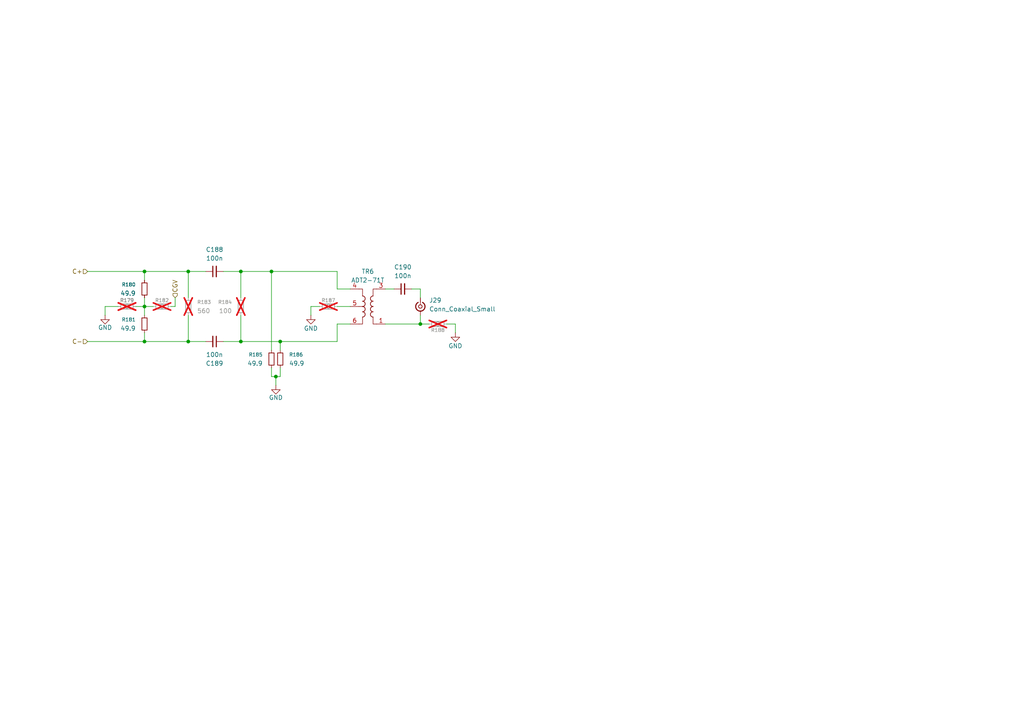
<source format=kicad_sch>
(kicad_sch (version 20250114) (generator "eeschema") (generator_version "9.0")
  (paper "A4")
  (lib_symbols
    (symbol "Connector:Conn_Coaxial_Small" (pin_numbers (hide yes)) (pin_names (offset 1.016) (hide yes))
      (property "Reference" "J" (at 0.254 3.048 0))
      (property "Value" "Conn_Coaxial_Small" (at 0 -3.81 0))
      (symbol "Conn_Coaxial_Small_0_1"
        (polyline (pts (xy -2.54 0) (xy -0.508 0)))
        (circle (center 0 0) (radius 0.508) (stroke (width 0.2032)))
      )
      (symbol "Conn_Coaxial_Small_1_1"
        (arc (start 1.3484 0.0039) (mid 0.327 -1.308) (end -1.1916 -0.6311) (stroke (width 0.3048)))
        (arc (start -1.1916 0.6311) (mid 0.327 1.3081) (end 1.3484 -0.0039) (stroke (width 0.3048)))
        (pin passive line (at -2.54 0 0) (length 1.27) (name "In") (number "1"))
        (pin passive line (at 2.54 0 180) (length 1.27) (name "Ext") (number "2"))
      )
    )
    (symbol "Device:C_Small" (pin_numbers (hide yes)) (pin_names (offset 0.254) (hide yes))
      (property "Reference" "C" (at 0.254 1.778 0))
      (property "Value" "C_Small" (at 0.254 -2.032 0))
      (symbol "C_Small_0_1"
        (polyline (pts (xy -1.524 0.508) (xy 1.524 0.508)) (stroke (width 0.3048)))
        (polyline (pts (xy -1.524 -0.508) (xy 1.524 -0.508)) (stroke (width 0.3302)))
      )
      (symbol "C_Small_1_1"
        (pin passive line (at 0 2.54 270) (length 2.032) (name "~") (number "1"))
        (pin passive line (at 0 -2.54 90) (length 2.032) (name "~") (number "2"))
      )
    )
    (symbol "Device:R_Small" (pin_numbers (hide yes)) (pin_names (offset 0.254) (hide yes))
      (property "Reference" "R" (at 0 0 90))
      (property "Value" "R_Small" (at 1.778 0 90))
      (symbol "R_Small_0_1"
        (rectangle (start -0.762 1.778) (end 0.762 -1.778) (stroke (width 0.2032)))
      )
      (symbol "R_Small_1_1"
        (pin passive line (at 0 2.54 270) (length 0.762) (name "~") (number "1"))
        (pin passive line (at 0 -2.54 90) (length 0.762) (name "~") (number "2"))
      )
    )
    (symbol "Transformer:ADT2-71T" (pin_names (hide yes))
      (property "Reference" "TR" (at 0 6.35 0))
      (property "Value" "ADT2-71T" (at 0 -6.35 0))
      (symbol "ADT2-71T_0_1"
        (polyline (pts (xy -2.54 5.08) (xy -1.524 5.08) (xy -1.524 3.048)) (stroke (width 0.1524)))
        (arc (start -1.524 3.048) (mid -0.7653 2.286) (end -1.524 1.524) (stroke (width 0.2032)))
        (arc (start -1.524 1.524) (mid -0.7653 0.762) (end -1.524 0) (stroke (width 0.2032)))
        (arc (start -1.524 0) (mid -0.7653 -0.762) (end -1.524 -1.524) (stroke (width 0.2032)))
        (arc (start -1.524 -1.524) (mid -0.7653 -2.286) (end -1.524 -3.048) (stroke (width 0.2032)))
        (polyline (pts (xy -1.524 -3.048) (xy -1.524 -5.08) (xy -2.54 -5.08)) (stroke (width 0.1524)))
        (polyline (pts (xy 1.524 3.048) (xy 1.524 5.08) (xy 2.54 5.08)) (stroke (width 0.1524)))
        (arc (start 1.524 1.524) (mid 0.7653 2.286) (end 1.524 3.048) (stroke (width 0.2032)))
        (arc (start 1.524 0) (mid 0.7653 0.762) (end 1.524 1.524) (stroke (width 0.2032)))
        (arc (start 1.524 -1.524) (mid 0.7653 -0.762) (end 1.524 0) (stroke (width 0.2032)))
        (arc (start 1.524 -3.048) (mid 0.7653 -2.286) (end 1.524 -1.524) (stroke (width 0.2032)))
        (polyline (pts (xy 2.54 0) (xy 1.27 0)) (stroke (width 0.1524)))
        (polyline (pts (xy 2.54 -5.08) (xy 1.524 -5.08) (xy 1.524 -3.048)) (stroke (width 0.1524)))
      )
      (symbol "ADT2-71T_1_1"
        (pin passive line (at -5.08 5.08 0) (length 2.54) (name "~") (number "3"))
        (pin passive line (at -5.08 -5.08 0) (length 2.54) (name "~") (number "1"))
        (pin passive line (at 5.08 5.08 180) (length 2.54) (name "~") (number "4"))
        (pin passive line (at 5.08 0 180) (length 2.54) (name "~") (number "5"))
        (pin passive line (at 5.08 -5.08 180) (length 2.54) (name "~") (number "6"))
      )
    )
    (symbol "power:GND" (power) (pin_numbers (hide yes)) (pin_names (offset 0) (hide yes))
      (property "Value" "GND" (at 0 -3.81 0))
      (symbol "GND_0_1"
        (polyline (pts (xy 0 0) (xy 0 -1.27) (xy 1.27 -1.27) (xy 0 -2.54) (xy -1.27 -1.27) (xy 0 -1.27)))
      )
      (symbol "GND_1_1"
        (pin power_in line (at 0 0 270) (length 0) (name "~") (number "1"))
      )
    )
  )
  (junction (at 80.01 109.22))
  (junction (at 54.61 78.74))
  (junction (at 69.85 78.74))
  (junction (at 41.91 88.9))
  (junction (at 41.91 78.74))
  (junction (at 121.92 93.98))
  (junction (at 54.61 99.06))
  (junction (at 78.74 78.74))
  (junction (at 69.85 99.06))
  (junction (at 41.91 99.06))
  (junction (at 81.28 99.06))
  (wire (pts (xy 54.61 78.74) (xy 41.91 78.74)))
  (wire (pts (xy 78.74 78.74) (xy 97.79 78.74)))
  (wire (pts (xy 97.79 88.9) (xy 101.6 88.9)))
  (wire (pts (xy 41.91 96.52) (xy 41.91 99.06)))
  (wire (pts (xy 41.91 78.74) (xy 41.91 81.28)))
  (wire (pts (xy 50.8 86.36) (xy 50.8 88.9)))
  (wire (pts (xy 81.28 99.06) (xy 81.28 101.6)))
  (wire (pts (xy 129.54 93.98) (xy 132.08 93.98)))
  (wire (pts (xy 69.85 91.44) (xy 69.85 99.06)))
  (wire (pts (xy 30.48 88.9) (xy 30.48 91.44)))
  (wire (pts (xy 121.92 91.44) (xy 121.92 93.98)))
  (wire (pts (xy 64.77 78.74) (xy 69.85 78.74)))
  (wire (pts (xy 41.91 88.9) (xy 41.91 91.44)))
  (wire (pts (xy 111.76 83.82) (xy 114.3 83.82)))
  (wire (pts (xy 54.61 78.74) (xy 54.61 86.36)))
  (wire (pts (xy 41.91 88.9) (xy 44.45 88.9)))
  (wire (pts (xy 97.79 83.82) (xy 101.6 83.82)))
  (wire (pts (xy 80.01 109.22) (xy 80.01 111.76)))
  (wire (pts (xy 49.53 88.9) (xy 50.8 88.9)))
  (wire (pts (xy 25.4 78.74) (xy 41.91 78.74)))
  (wire (pts (xy 54.61 99.06) (xy 59.69 99.06)))
  (wire (pts (xy 97.79 93.98) (xy 97.79 99.06)))
  (wire (pts (xy 97.79 83.82) (xy 97.79 78.74)))
  (wire (pts (xy 101.6 93.98) (xy 97.79 93.98)))
  (wire (pts (xy 81.28 99.06) (xy 97.79 99.06)))
  (wire (pts (xy 78.74 106.68) (xy 78.74 109.22)))
  (wire (pts (xy 92.71 88.9) (xy 90.17 88.9)))
  (wire (pts (xy 30.48 88.9) (xy 34.29 88.9)))
  (wire (pts (xy 80.01 109.22) (xy 78.74 109.22)))
  (wire (pts (xy 54.61 91.44) (xy 54.61 99.06)))
  (wire (pts (xy 64.77 99.06) (xy 69.85 99.06)))
  (wire (pts (xy 69.85 99.06) (xy 81.28 99.06)))
  (wire (pts (xy 41.91 99.06) (xy 54.61 99.06)))
  (wire (pts (xy 132.08 93.98) (xy 132.08 96.52)))
  (wire (pts (xy 25.4 99.06) (xy 41.91 99.06)))
  (wire (pts (xy 41.91 86.36) (xy 41.91 88.9)))
  (wire (pts (xy 121.92 93.98) (xy 111.76 93.98)))
  (wire (pts (xy 121.92 86.36) (xy 121.92 83.82)))
  (wire (pts (xy 78.74 78.74) (xy 78.74 101.6)))
  (wire (pts (xy 81.28 109.22) (xy 80.01 109.22)))
  (wire (pts (xy 54.61 78.74) (xy 59.69 78.74)))
  (wire (pts (xy 119.38 83.82) (xy 121.92 83.82)))
  (wire (pts (xy 90.17 88.9) (xy 90.17 91.44)))
  (wire (pts (xy 69.85 78.74) (xy 78.74 78.74)))
  (wire (pts (xy 121.92 93.98) (xy 124.46 93.98)))
  (wire (pts (xy 81.28 106.68) (xy 81.28 109.22)))
  (wire (pts (xy 39.37 88.9) (xy 41.91 88.9)))
  (wire (pts (xy 69.85 78.74) (xy 69.85 86.36)))
  (hierarchical_label "C+" (shape input) (at 25.4 78.74 180))
  (hierarchical_label "C-" (shape input) (at 25.4 99.06 180))
  (hierarchical_label "CGV" (shape input) (at 50.8 86.36 90))
  (symbol (lib_id "Device:R_Small") (at 41.91 83.82 0) (unit 1)
    (property "Reference" "R170" (at 39.37 82.5499 0) (effects (font (size 1.016 1.016)) (justify right)))
    (property "Value" "49.9" (at 39.37 85.0899 0) (effects (justify right)))
    (property "Description" "Resistor, small symbol" (effects (hide yes)))
    (instances (project "huskypointofload" (path "" (reference "R180") (unit 1)) (path "" (reference "R170") (unit 1)) (path "" (reference "R200") (unit 1)) (path "" (reference "R190") (unit 1))))
  )
  (symbol (lib_id "Device:R_Small") (at 41.91 93.98 0) (unit 1)
    (property "Reference" "R171" (at 39.37 92.7099 0) (effects (font (size 1.016 1.016)) (justify right)))
    (property "Value" "49.9" (at 39.37 95.2499 0) (effects (justify right)))
    (property "Description" "Resistor, small symbol" (effects (hide yes)))
    (instances (project "huskypointofload" (path "" (reference "R181") (unit 1)) (path "" (reference "R171") (unit 1)) (path "" (reference "R201") (unit 1)) (path "" (reference "R191") (unit 1))))
  )
  (symbol (lib_id "Device:C_Small") (at 116.84 83.82 90) (unit 1)
    (property "Reference" "C187" (at 116.8463 77.47 90))
    (property "Value" "100n" (at 116.8463 80.01 90))
    (property "Footprint" "Capacitor_SMD:C_0402_1005Metric" (effects (hide yes)))
    (property "Description" "Unpolarized capacitor, small symbol" (effects (hide yes)))
    (property "DIGIKEY_PN" "490-14603-1-ND" (effects (hide yes)))
    (instances (project "huskypointofload" (path "" (reference "C190") (unit 1)) (path "" (reference "C187") (unit 1)) (path "" (reference "C196") (unit 1)) (path "" (reference "C193") (unit 1))))
  )
  (symbol (lib_id "Device:R_Small") (at 78.74 104.14 0) (unit 1)
    (property "Reference" "R175" (at 76.2 102.8699 0) (effects (font (size 1.016 1.016)) (justify right)))
    (property "Value" "49.9" (at 76.2 105.4099 0) (effects (justify right)))
    (property "Description" "Resistor, small symbol" (effects (hide yes)))
    (instances (project "huskypointofload" (path "" (reference "R185") (unit 1)) (path "" (reference "R175") (unit 1)) (path "" (reference "R205") (unit 1)) (path "" (reference "R195") (unit 1))))
  )
  (symbol (lib_id "Device:R_Small") (at 95.25 88.9 90) (unit 1) (dnp yes)
    (property "Reference" "R177" (at 95.25 87.122 90) (effects (font (size 1.016 1.016))))
    (property "Value" "0" (at 95.25 88.9 90))
    (property "Description" "Resistor, small symbol" (effects (hide yes)))
    (instances (project "huskypointofload" (path "" (reference "R187") (unit 1)) (path "" (reference "R177") (unit 1)) (path "" (reference "R207") (unit 1)) (path "" (reference "R197") (unit 1))))
  )
  (symbol (lib_id "power:GND") (at 30.48 91.44 0) (unit 1)
    (property "Reference" "#PWR0208" (effects (hide yes)))
    (property "Value" "GND" (at 30.48 94.996 0))
    (property "Description" "Power symbol creates a global label with name \"GND\" , ground" (effects (hide yes)))
    (instances (project "huskypointofload" (path "" (reference "#PWR0212") (unit 1)) (path "" (reference "#PWR0208") (unit 1)) (path "" (reference "#PWR0220") (unit 1)) (path "" (reference "#PWR0216") (unit 1))))
  )
  (symbol (lib_id "Connector:Conn_Coaxial_Small") (at 121.92 88.9 270) (unit 1)
    (property "Reference" "J28" (at 124.46 87.1103 90) (effects (justify left)))
    (property "Value" "Conn_Coaxial_Small" (at 124.46 89.6503 90) (effects (justify left)))
    (property "Description" "small coaxial connector (BNC, SMA, SMB, SMC, Cinch/RCA, LEMO, ...)" (effects (hide yes)))
    (instances (project "huskypointofload" (path "" (reference "J29") (unit 1)) (path "" (reference "J28") (unit 1)) (path "" (reference "J31") (unit 1)) (path "" (reference "J30") (unit 1))))
  )
  (symbol (lib_id "power:GND") (at 132.08 96.52 0) (mirror y) (unit 1)
    (property "Reference" "#PWR0211" (effects (hide yes)))
    (property "Value" "GND" (at 132.08 100.33 0))
    (property "Description" "Power symbol creates a global label with name \"GND\" , ground" (effects (hide yes)))
    (instances (project "huskypointofload" (path "" (reference "#PWR0215") (unit 1)) (path "" (reference "#PWR0211") (unit 1)) (path "" (reference "#PWR0223") (unit 1)) (path "" (reference "#PWR0219") (unit 1))))
  )
  (symbol (lib_id "Device:R_Small") (at 69.85 88.9 0) (unit 1) (dnp yes)
    (property "Reference" "R174" (at 67.31 87.6299 0) (effects (font (size 1.016 1.016)) (justify right)))
    (property "Value" "100" (at 67.31 90.17 0) (effects (justify right)))
    (property "Description" "Resistor, small symbol" (effects (hide yes)))
    (instances (project "huskypointofload" (path "" (reference "R184") (unit 1)) (path "" (reference "R174") (unit 1)) (path "" (reference "R204") (unit 1)) (path "" (reference "R194") (unit 1))))
  )
  (symbol (lib_id "Device:R_Small") (at 127 93.98 270) (unit 1) (dnp yes)
    (property "Reference" "R178" (at 127 95.758 90) (effects (font (size 1.016 1.016))))
    (property "Value" "0" (at 127 93.98 90))
    (property "Description" "Resistor, small symbol" (effects (hide yes)))
    (instances (project "huskypointofload" (path "" (reference "R188") (unit 1)) (path "" (reference "R178") (unit 1)) (path "" (reference "R208") (unit 1)) (path "" (reference "R198") (unit 1))))
  )
  (symbol (lib_id "power:GND") (at 80.01 111.76 0) (unit 1)
    (property "Reference" "#PWR0209" (effects (hide yes)))
    (property "Value" "GND" (at 80.01 115.316 0))
    (property "Description" "Power symbol creates a global label with name \"GND\" , ground" (effects (hide yes)))
    (instances (project "huskypointofload" (path "" (reference "#PWR0213") (unit 1)) (path "" (reference "#PWR0209") (unit 1)) (path "" (reference "#PWR0221") (unit 1)) (path "" (reference "#PWR0217") (unit 1))))
  )
  (symbol (lib_id "Transformer:ADT2-71T") (at 106.68 88.9 0) (mirror y) (unit 1)
    (property "Reference" "TR5" (at 106.68 78.74 0))
    (property "Value" "ADT2-71T" (at 106.68 81.28 0))
    (property "Footprint" "RF_Mini-Circuits:Mini-Circuits_CD637_H5.23mm" (effects (hide yes)))
    (property "Datasheet" "https://www.minicircuits.com/pdfs/ADT2-71T+.pdf" (effects (hide yes)))
    (property "Description" "0.40-500MHz 1:2 RF Transformer, Unbalanced to Balanced Center Tap, CD542" (effects (hide yes)))
    (instances (project "huskypointofload" (path "" (reference "TR6") (unit 1)) (path "" (reference "TR5") (unit 1)) (path "" (reference "TR8") (unit 1)) (path "" (reference "TR7") (unit 1))))
  )
  (symbol (lib_id "Device:C_Small") (at 62.23 78.74 90) (unit 1)
    (property "Reference" "C185" (at 62.2363 72.39 90))
    (property "Value" "100n" (at 62.2363 74.93 90))
    (property "Footprint" "Capacitor_SMD:C_0402_1005Metric" (effects (hide yes)))
    (property "Description" "Unpolarized capacitor, small symbol" (effects (hide yes)))
    (property "DIGIKEY_PN" "490-14603-1-ND" (effects (hide yes)))
    (instances (project "huskypointofload" (path "" (reference "C188") (unit 1)) (path "" (reference "C185") (unit 1)) (path "" (reference "C194") (unit 1)) (path "" (reference "C191") (unit 1))))
  )
  (symbol (lib_id "Device:R_Small") (at 46.99 88.9 90) (unit 1) (dnp yes)
    (property "Reference" "R172" (at 46.99 87.122 90) (effects (font (size 1.016 1.016))))
    (property "Value" "0" (at 46.99 88.9 90))
    (property "Description" "Resistor, small symbol" (effects (hide yes)))
    (instances (project "huskypointofload" (path "" (reference "R182") (unit 1)) (path "" (reference "R172") (unit 1)) (path "" (reference "R202") (unit 1)) (path "" (reference "R192") (unit 1))))
  )
  (symbol (lib_id "Device:R_Small") (at 81.28 104.14 0) (mirror y) (unit 1)
    (property "Reference" "R176" (at 83.82 102.8699 0) (effects (font (size 1.016 1.016)) (justify right)))
    (property "Value" "49.9" (at 83.82 105.4099 0) (effects (justify right)))
    (property "Description" "Resistor, small symbol" (effects (hide yes)))
    (instances (project "huskypointofload" (path "" (reference "R186") (unit 1)) (path "" (reference "R176") (unit 1)) (path "" (reference "R206") (unit 1)) (path "" (reference "R196") (unit 1))))
  )
  (symbol (lib_id "Device:R_Small") (at 36.83 88.9 90) (unit 1) (dnp yes)
    (property "Reference" "R169" (at 36.83 87.122 90) (effects (font (size 1.016 1.016))))
    (property "Value" "0" (at 36.83 88.9 90))
    (property "Description" "Resistor, small symbol" (effects (hide yes)))
    (instances (project "huskypointofload" (path "" (reference "R179") (unit 1)) (path "" (reference "R169") (unit 1)) (path "" (reference "R199") (unit 1)) (path "" (reference "R189") (unit 1))))
  )
  (symbol (lib_id "Device:R_Small") (at 54.61 88.9 0) (mirror y) (unit 1) (dnp yes)
    (property "Reference" "R173" (at 57.15 87.6299 0) (effects (font (size 1.016 1.016)) (justify right)))
    (property "Value" "560" (at 57.15 90.1699 0) (effects (justify right)))
    (property "Description" "Resistor, small symbol" (effects (hide yes)))
    (instances (project "huskypointofload" (path "" (reference "R183") (unit 1)) (path "" (reference "R173") (unit 1)) (path "" (reference "R203") (unit 1)) (path "" (reference "R193") (unit 1))))
  )
  (symbol (lib_id "Device:C_Small") (at 62.23 99.06 270) (unit 1)
    (property "Reference" "C186" (at 62.2237 105.41 90))
    (property "Value" "100n" (at 62.2237 102.87 90))
    (property "Footprint" "Capacitor_SMD:C_0402_1005Metric" (effects (hide yes)))
    (property "Description" "Unpolarized capacitor, small symbol" (effects (hide yes)))
    (property "DIGIKEY_PN" "490-14603-1-ND" (effects (hide yes)))
    (instances (project "huskypointofload" (path "" (reference "C189") (unit 1)) (path "" (reference "C186") (unit 1)) (path "" (reference "C195") (unit 1)) (path "" (reference "C192") (unit 1))))
  )
  (symbol (lib_id "power:GND") (at 90.17 91.44 0) (unit 1)
    (property "Reference" "#PWR0210" (effects (hide yes)))
    (property "Value" "GND" (at 90.17 95.25 0))
    (property "Description" "Power symbol creates a global label with name \"GND\" , ground" (effects (hide yes)))
    (instances (project "huskypointofload" (path "" (reference "#PWR0214") (unit 1)) (path "" (reference "#PWR0210") (unit 1)) (path "" (reference "#PWR0222") (unit 1)) (path "" (reference "#PWR0218") (unit 1))))
  )
)
</source>
